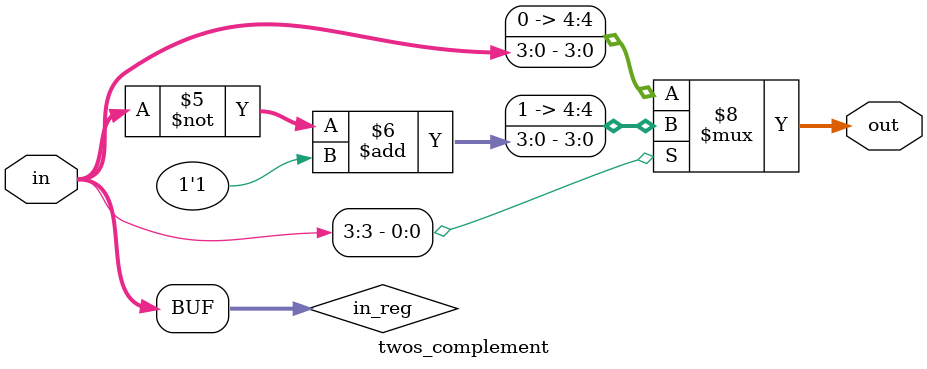
<source format=v>

module twos_complement (
    input [3:0] in,
    output reg [4:0] out
);

reg [3:0] in_reg;
reg [3:0] neg_in_reg;

always @(in) begin
    in_reg = in;
    neg_in_reg = ~in_reg + 1'b1;
end

always @(*) begin
    if (in_reg[3]) begin
        out = {1'b1, ~in_reg + 1'b1};
    end else begin
        out = {1'b0, in_reg};
    end
end

endmodule

</source>
